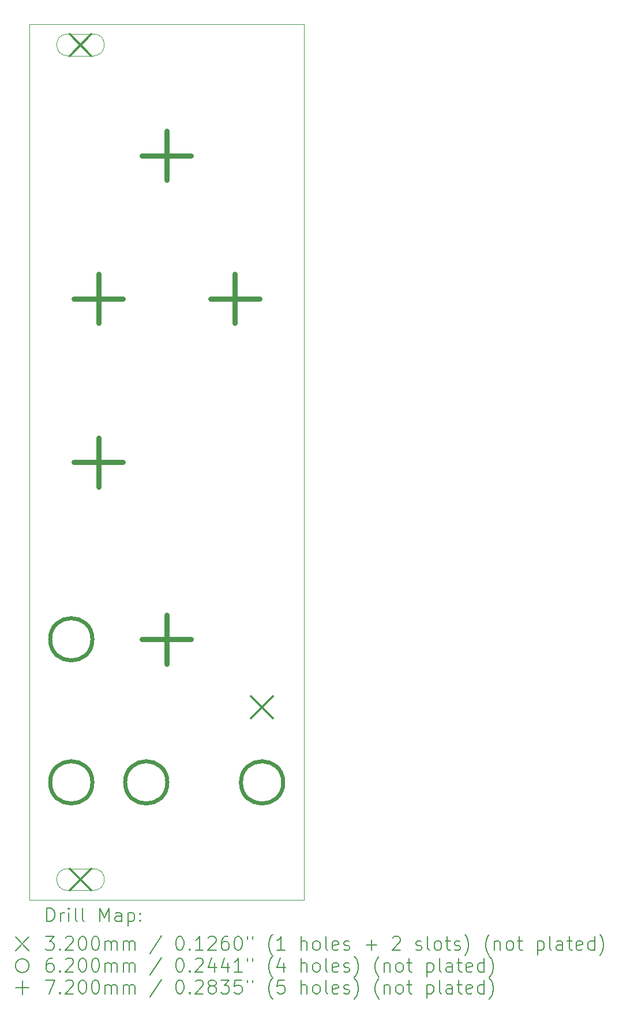
<source format=gbr>
%TF.GenerationSoftware,KiCad,Pcbnew,8.0.5*%
%TF.CreationDate,2024-11-24T11:24:03+01:00*%
%TF.ProjectId,kicks-panel,6b69636b-732d-4706-916e-656c2e6b6963,rev?*%
%TF.SameCoordinates,Original*%
%TF.FileFunction,Drillmap*%
%TF.FilePolarity,Positive*%
%FSLAX45Y45*%
G04 Gerber Fmt 4.5, Leading zero omitted, Abs format (unit mm)*
G04 Created by KiCad (PCBNEW 8.0.5) date 2024-11-24 11:24:03*
%MOMM*%
%LPD*%
G01*
G04 APERTURE LIST*
%ADD10C,0.100000*%
%ADD11C,0.200000*%
%ADD12C,0.320000*%
%ADD13C,0.620000*%
%ADD14C,0.720000*%
G04 APERTURE END LIST*
D10*
X5000000Y-4075000D02*
X9030000Y-4075000D01*
X9030000Y-16925000D01*
X5000000Y-16925000D01*
X5000000Y-4075000D01*
D11*
D12*
X5590000Y-4215000D02*
X5910000Y-4535000D01*
X5910000Y-4215000D02*
X5590000Y-4535000D01*
D10*
X5560000Y-4535000D02*
X5940000Y-4535000D01*
X5940000Y-4215000D02*
G75*
G02*
X5940000Y-4535000I0J-160000D01*
G01*
X5940000Y-4215000D02*
X5560000Y-4215000D01*
X5560000Y-4215000D02*
G75*
G03*
X5560000Y-4535000I0J-160000D01*
G01*
D12*
X5590000Y-16465000D02*
X5910000Y-16785000D01*
X5910000Y-16465000D02*
X5590000Y-16785000D01*
D10*
X5560000Y-16785000D02*
X5940000Y-16785000D01*
X5940000Y-16465000D02*
G75*
G02*
X5940000Y-16785000I0J-160000D01*
G01*
X5940000Y-16465000D02*
X5560000Y-16465000D01*
X5560000Y-16465000D02*
G75*
G03*
X5560000Y-16785000I0J-160000D01*
G01*
D12*
X8255000Y-13940000D02*
X8575000Y-14260000D01*
X8575000Y-13940000D02*
X8255000Y-14260000D01*
D13*
X5925000Y-13100000D02*
G75*
G02*
X5305000Y-13100000I-310000J0D01*
G01*
X5305000Y-13100000D02*
G75*
G02*
X5925000Y-13100000I310000J0D01*
G01*
X5925000Y-15200000D02*
G75*
G02*
X5305000Y-15200000I-310000J0D01*
G01*
X5305000Y-15200000D02*
G75*
G02*
X5925000Y-15200000I310000J0D01*
G01*
X7025000Y-15200000D02*
G75*
G02*
X6405000Y-15200000I-310000J0D01*
G01*
X6405000Y-15200000D02*
G75*
G02*
X7025000Y-15200000I310000J0D01*
G01*
X8725000Y-15200000D02*
G75*
G02*
X8105000Y-15200000I-310000J0D01*
G01*
X8105000Y-15200000D02*
G75*
G02*
X8725000Y-15200000I310000J0D01*
G01*
D14*
X6015000Y-7740000D02*
X6015000Y-8460000D01*
X5655000Y-8100000D02*
X6375000Y-8100000D01*
X6015000Y-10140000D02*
X6015000Y-10860000D01*
X5655000Y-10500000D02*
X6375000Y-10500000D01*
X7015000Y-5640000D02*
X7015000Y-6360000D01*
X6655000Y-6000000D02*
X7375000Y-6000000D01*
X7015000Y-12740000D02*
X7015000Y-13460000D01*
X6655000Y-13100000D02*
X7375000Y-13100000D01*
X8015000Y-7740000D02*
X8015000Y-8460000D01*
X7655000Y-8100000D02*
X8375000Y-8100000D01*
D11*
X5255777Y-17241484D02*
X5255777Y-17041484D01*
X5255777Y-17041484D02*
X5303396Y-17041484D01*
X5303396Y-17041484D02*
X5331967Y-17051008D01*
X5331967Y-17051008D02*
X5351015Y-17070055D01*
X5351015Y-17070055D02*
X5360539Y-17089103D01*
X5360539Y-17089103D02*
X5370063Y-17127198D01*
X5370063Y-17127198D02*
X5370063Y-17155770D01*
X5370063Y-17155770D02*
X5360539Y-17193865D01*
X5360539Y-17193865D02*
X5351015Y-17212912D01*
X5351015Y-17212912D02*
X5331967Y-17231960D01*
X5331967Y-17231960D02*
X5303396Y-17241484D01*
X5303396Y-17241484D02*
X5255777Y-17241484D01*
X5455777Y-17241484D02*
X5455777Y-17108150D01*
X5455777Y-17146246D02*
X5465301Y-17127198D01*
X5465301Y-17127198D02*
X5474824Y-17117674D01*
X5474824Y-17117674D02*
X5493872Y-17108150D01*
X5493872Y-17108150D02*
X5512920Y-17108150D01*
X5579586Y-17241484D02*
X5579586Y-17108150D01*
X5579586Y-17041484D02*
X5570063Y-17051008D01*
X5570063Y-17051008D02*
X5579586Y-17060531D01*
X5579586Y-17060531D02*
X5589110Y-17051008D01*
X5589110Y-17051008D02*
X5579586Y-17041484D01*
X5579586Y-17041484D02*
X5579586Y-17060531D01*
X5703396Y-17241484D02*
X5684348Y-17231960D01*
X5684348Y-17231960D02*
X5674824Y-17212912D01*
X5674824Y-17212912D02*
X5674824Y-17041484D01*
X5808158Y-17241484D02*
X5789110Y-17231960D01*
X5789110Y-17231960D02*
X5779586Y-17212912D01*
X5779586Y-17212912D02*
X5779586Y-17041484D01*
X6036729Y-17241484D02*
X6036729Y-17041484D01*
X6036729Y-17041484D02*
X6103396Y-17184341D01*
X6103396Y-17184341D02*
X6170062Y-17041484D01*
X6170062Y-17041484D02*
X6170062Y-17241484D01*
X6351015Y-17241484D02*
X6351015Y-17136722D01*
X6351015Y-17136722D02*
X6341491Y-17117674D01*
X6341491Y-17117674D02*
X6322443Y-17108150D01*
X6322443Y-17108150D02*
X6284348Y-17108150D01*
X6284348Y-17108150D02*
X6265301Y-17117674D01*
X6351015Y-17231960D02*
X6331967Y-17241484D01*
X6331967Y-17241484D02*
X6284348Y-17241484D01*
X6284348Y-17241484D02*
X6265301Y-17231960D01*
X6265301Y-17231960D02*
X6255777Y-17212912D01*
X6255777Y-17212912D02*
X6255777Y-17193865D01*
X6255777Y-17193865D02*
X6265301Y-17174817D01*
X6265301Y-17174817D02*
X6284348Y-17165293D01*
X6284348Y-17165293D02*
X6331967Y-17165293D01*
X6331967Y-17165293D02*
X6351015Y-17155770D01*
X6446253Y-17108150D02*
X6446253Y-17308150D01*
X6446253Y-17117674D02*
X6465301Y-17108150D01*
X6465301Y-17108150D02*
X6503396Y-17108150D01*
X6503396Y-17108150D02*
X6522443Y-17117674D01*
X6522443Y-17117674D02*
X6531967Y-17127198D01*
X6531967Y-17127198D02*
X6541491Y-17146246D01*
X6541491Y-17146246D02*
X6541491Y-17203389D01*
X6541491Y-17203389D02*
X6531967Y-17222436D01*
X6531967Y-17222436D02*
X6522443Y-17231960D01*
X6522443Y-17231960D02*
X6503396Y-17241484D01*
X6503396Y-17241484D02*
X6465301Y-17241484D01*
X6465301Y-17241484D02*
X6446253Y-17231960D01*
X6627205Y-17222436D02*
X6636729Y-17231960D01*
X6636729Y-17231960D02*
X6627205Y-17241484D01*
X6627205Y-17241484D02*
X6617682Y-17231960D01*
X6617682Y-17231960D02*
X6627205Y-17222436D01*
X6627205Y-17222436D02*
X6627205Y-17241484D01*
X6627205Y-17117674D02*
X6636729Y-17127198D01*
X6636729Y-17127198D02*
X6627205Y-17136722D01*
X6627205Y-17136722D02*
X6617682Y-17127198D01*
X6617682Y-17127198D02*
X6627205Y-17117674D01*
X6627205Y-17117674D02*
X6627205Y-17136722D01*
X4795000Y-17470000D02*
X4995000Y-17670000D01*
X4995000Y-17470000D02*
X4795000Y-17670000D01*
X5236729Y-17461484D02*
X5360539Y-17461484D01*
X5360539Y-17461484D02*
X5293872Y-17537674D01*
X5293872Y-17537674D02*
X5322444Y-17537674D01*
X5322444Y-17537674D02*
X5341491Y-17547198D01*
X5341491Y-17547198D02*
X5351015Y-17556722D01*
X5351015Y-17556722D02*
X5360539Y-17575770D01*
X5360539Y-17575770D02*
X5360539Y-17623389D01*
X5360539Y-17623389D02*
X5351015Y-17642436D01*
X5351015Y-17642436D02*
X5341491Y-17651960D01*
X5341491Y-17651960D02*
X5322444Y-17661484D01*
X5322444Y-17661484D02*
X5265301Y-17661484D01*
X5265301Y-17661484D02*
X5246253Y-17651960D01*
X5246253Y-17651960D02*
X5236729Y-17642436D01*
X5446253Y-17642436D02*
X5455777Y-17651960D01*
X5455777Y-17651960D02*
X5446253Y-17661484D01*
X5446253Y-17661484D02*
X5436729Y-17651960D01*
X5436729Y-17651960D02*
X5446253Y-17642436D01*
X5446253Y-17642436D02*
X5446253Y-17661484D01*
X5531967Y-17480531D02*
X5541491Y-17471008D01*
X5541491Y-17471008D02*
X5560539Y-17461484D01*
X5560539Y-17461484D02*
X5608158Y-17461484D01*
X5608158Y-17461484D02*
X5627205Y-17471008D01*
X5627205Y-17471008D02*
X5636729Y-17480531D01*
X5636729Y-17480531D02*
X5646253Y-17499579D01*
X5646253Y-17499579D02*
X5646253Y-17518627D01*
X5646253Y-17518627D02*
X5636729Y-17547198D01*
X5636729Y-17547198D02*
X5522444Y-17661484D01*
X5522444Y-17661484D02*
X5646253Y-17661484D01*
X5770062Y-17461484D02*
X5789110Y-17461484D01*
X5789110Y-17461484D02*
X5808158Y-17471008D01*
X5808158Y-17471008D02*
X5817682Y-17480531D01*
X5817682Y-17480531D02*
X5827205Y-17499579D01*
X5827205Y-17499579D02*
X5836729Y-17537674D01*
X5836729Y-17537674D02*
X5836729Y-17585293D01*
X5836729Y-17585293D02*
X5827205Y-17623389D01*
X5827205Y-17623389D02*
X5817682Y-17642436D01*
X5817682Y-17642436D02*
X5808158Y-17651960D01*
X5808158Y-17651960D02*
X5789110Y-17661484D01*
X5789110Y-17661484D02*
X5770062Y-17661484D01*
X5770062Y-17661484D02*
X5751015Y-17651960D01*
X5751015Y-17651960D02*
X5741491Y-17642436D01*
X5741491Y-17642436D02*
X5731967Y-17623389D01*
X5731967Y-17623389D02*
X5722443Y-17585293D01*
X5722443Y-17585293D02*
X5722443Y-17537674D01*
X5722443Y-17537674D02*
X5731967Y-17499579D01*
X5731967Y-17499579D02*
X5741491Y-17480531D01*
X5741491Y-17480531D02*
X5751015Y-17471008D01*
X5751015Y-17471008D02*
X5770062Y-17461484D01*
X5960539Y-17461484D02*
X5979586Y-17461484D01*
X5979586Y-17461484D02*
X5998634Y-17471008D01*
X5998634Y-17471008D02*
X6008158Y-17480531D01*
X6008158Y-17480531D02*
X6017682Y-17499579D01*
X6017682Y-17499579D02*
X6027205Y-17537674D01*
X6027205Y-17537674D02*
X6027205Y-17585293D01*
X6027205Y-17585293D02*
X6017682Y-17623389D01*
X6017682Y-17623389D02*
X6008158Y-17642436D01*
X6008158Y-17642436D02*
X5998634Y-17651960D01*
X5998634Y-17651960D02*
X5979586Y-17661484D01*
X5979586Y-17661484D02*
X5960539Y-17661484D01*
X5960539Y-17661484D02*
X5941491Y-17651960D01*
X5941491Y-17651960D02*
X5931967Y-17642436D01*
X5931967Y-17642436D02*
X5922443Y-17623389D01*
X5922443Y-17623389D02*
X5912920Y-17585293D01*
X5912920Y-17585293D02*
X5912920Y-17537674D01*
X5912920Y-17537674D02*
X5922443Y-17499579D01*
X5922443Y-17499579D02*
X5931967Y-17480531D01*
X5931967Y-17480531D02*
X5941491Y-17471008D01*
X5941491Y-17471008D02*
X5960539Y-17461484D01*
X6112920Y-17661484D02*
X6112920Y-17528150D01*
X6112920Y-17547198D02*
X6122443Y-17537674D01*
X6122443Y-17537674D02*
X6141491Y-17528150D01*
X6141491Y-17528150D02*
X6170063Y-17528150D01*
X6170063Y-17528150D02*
X6189110Y-17537674D01*
X6189110Y-17537674D02*
X6198634Y-17556722D01*
X6198634Y-17556722D02*
X6198634Y-17661484D01*
X6198634Y-17556722D02*
X6208158Y-17537674D01*
X6208158Y-17537674D02*
X6227205Y-17528150D01*
X6227205Y-17528150D02*
X6255777Y-17528150D01*
X6255777Y-17528150D02*
X6274824Y-17537674D01*
X6274824Y-17537674D02*
X6284348Y-17556722D01*
X6284348Y-17556722D02*
X6284348Y-17661484D01*
X6379586Y-17661484D02*
X6379586Y-17528150D01*
X6379586Y-17547198D02*
X6389110Y-17537674D01*
X6389110Y-17537674D02*
X6408158Y-17528150D01*
X6408158Y-17528150D02*
X6436729Y-17528150D01*
X6436729Y-17528150D02*
X6455777Y-17537674D01*
X6455777Y-17537674D02*
X6465301Y-17556722D01*
X6465301Y-17556722D02*
X6465301Y-17661484D01*
X6465301Y-17556722D02*
X6474824Y-17537674D01*
X6474824Y-17537674D02*
X6493872Y-17528150D01*
X6493872Y-17528150D02*
X6522443Y-17528150D01*
X6522443Y-17528150D02*
X6541491Y-17537674D01*
X6541491Y-17537674D02*
X6551015Y-17556722D01*
X6551015Y-17556722D02*
X6551015Y-17661484D01*
X6941491Y-17451960D02*
X6770063Y-17709103D01*
X7198634Y-17461484D02*
X7217682Y-17461484D01*
X7217682Y-17461484D02*
X7236729Y-17471008D01*
X7236729Y-17471008D02*
X7246253Y-17480531D01*
X7246253Y-17480531D02*
X7255777Y-17499579D01*
X7255777Y-17499579D02*
X7265301Y-17537674D01*
X7265301Y-17537674D02*
X7265301Y-17585293D01*
X7265301Y-17585293D02*
X7255777Y-17623389D01*
X7255777Y-17623389D02*
X7246253Y-17642436D01*
X7246253Y-17642436D02*
X7236729Y-17651960D01*
X7236729Y-17651960D02*
X7217682Y-17661484D01*
X7217682Y-17661484D02*
X7198634Y-17661484D01*
X7198634Y-17661484D02*
X7179586Y-17651960D01*
X7179586Y-17651960D02*
X7170063Y-17642436D01*
X7170063Y-17642436D02*
X7160539Y-17623389D01*
X7160539Y-17623389D02*
X7151015Y-17585293D01*
X7151015Y-17585293D02*
X7151015Y-17537674D01*
X7151015Y-17537674D02*
X7160539Y-17499579D01*
X7160539Y-17499579D02*
X7170063Y-17480531D01*
X7170063Y-17480531D02*
X7179586Y-17471008D01*
X7179586Y-17471008D02*
X7198634Y-17461484D01*
X7351015Y-17642436D02*
X7360539Y-17651960D01*
X7360539Y-17651960D02*
X7351015Y-17661484D01*
X7351015Y-17661484D02*
X7341491Y-17651960D01*
X7341491Y-17651960D02*
X7351015Y-17642436D01*
X7351015Y-17642436D02*
X7351015Y-17661484D01*
X7551015Y-17661484D02*
X7436729Y-17661484D01*
X7493872Y-17661484D02*
X7493872Y-17461484D01*
X7493872Y-17461484D02*
X7474825Y-17490055D01*
X7474825Y-17490055D02*
X7455777Y-17509103D01*
X7455777Y-17509103D02*
X7436729Y-17518627D01*
X7627206Y-17480531D02*
X7636729Y-17471008D01*
X7636729Y-17471008D02*
X7655777Y-17461484D01*
X7655777Y-17461484D02*
X7703396Y-17461484D01*
X7703396Y-17461484D02*
X7722444Y-17471008D01*
X7722444Y-17471008D02*
X7731967Y-17480531D01*
X7731967Y-17480531D02*
X7741491Y-17499579D01*
X7741491Y-17499579D02*
X7741491Y-17518627D01*
X7741491Y-17518627D02*
X7731967Y-17547198D01*
X7731967Y-17547198D02*
X7617682Y-17661484D01*
X7617682Y-17661484D02*
X7741491Y-17661484D01*
X7912920Y-17461484D02*
X7874825Y-17461484D01*
X7874825Y-17461484D02*
X7855777Y-17471008D01*
X7855777Y-17471008D02*
X7846253Y-17480531D01*
X7846253Y-17480531D02*
X7827206Y-17509103D01*
X7827206Y-17509103D02*
X7817682Y-17547198D01*
X7817682Y-17547198D02*
X7817682Y-17623389D01*
X7817682Y-17623389D02*
X7827206Y-17642436D01*
X7827206Y-17642436D02*
X7836729Y-17651960D01*
X7836729Y-17651960D02*
X7855777Y-17661484D01*
X7855777Y-17661484D02*
X7893872Y-17661484D01*
X7893872Y-17661484D02*
X7912920Y-17651960D01*
X7912920Y-17651960D02*
X7922444Y-17642436D01*
X7922444Y-17642436D02*
X7931967Y-17623389D01*
X7931967Y-17623389D02*
X7931967Y-17575770D01*
X7931967Y-17575770D02*
X7922444Y-17556722D01*
X7922444Y-17556722D02*
X7912920Y-17547198D01*
X7912920Y-17547198D02*
X7893872Y-17537674D01*
X7893872Y-17537674D02*
X7855777Y-17537674D01*
X7855777Y-17537674D02*
X7836729Y-17547198D01*
X7836729Y-17547198D02*
X7827206Y-17556722D01*
X7827206Y-17556722D02*
X7817682Y-17575770D01*
X8055777Y-17461484D02*
X8074825Y-17461484D01*
X8074825Y-17461484D02*
X8093872Y-17471008D01*
X8093872Y-17471008D02*
X8103396Y-17480531D01*
X8103396Y-17480531D02*
X8112920Y-17499579D01*
X8112920Y-17499579D02*
X8122444Y-17537674D01*
X8122444Y-17537674D02*
X8122444Y-17585293D01*
X8122444Y-17585293D02*
X8112920Y-17623389D01*
X8112920Y-17623389D02*
X8103396Y-17642436D01*
X8103396Y-17642436D02*
X8093872Y-17651960D01*
X8093872Y-17651960D02*
X8074825Y-17661484D01*
X8074825Y-17661484D02*
X8055777Y-17661484D01*
X8055777Y-17661484D02*
X8036729Y-17651960D01*
X8036729Y-17651960D02*
X8027206Y-17642436D01*
X8027206Y-17642436D02*
X8017682Y-17623389D01*
X8017682Y-17623389D02*
X8008158Y-17585293D01*
X8008158Y-17585293D02*
X8008158Y-17537674D01*
X8008158Y-17537674D02*
X8017682Y-17499579D01*
X8017682Y-17499579D02*
X8027206Y-17480531D01*
X8027206Y-17480531D02*
X8036729Y-17471008D01*
X8036729Y-17471008D02*
X8055777Y-17461484D01*
X8198634Y-17461484D02*
X8198634Y-17499579D01*
X8274825Y-17461484D02*
X8274825Y-17499579D01*
X8570063Y-17737674D02*
X8560539Y-17728150D01*
X8560539Y-17728150D02*
X8541491Y-17699579D01*
X8541491Y-17699579D02*
X8531968Y-17680531D01*
X8531968Y-17680531D02*
X8522444Y-17651960D01*
X8522444Y-17651960D02*
X8512920Y-17604341D01*
X8512920Y-17604341D02*
X8512920Y-17566246D01*
X8512920Y-17566246D02*
X8522444Y-17518627D01*
X8522444Y-17518627D02*
X8531968Y-17490055D01*
X8531968Y-17490055D02*
X8541491Y-17471008D01*
X8541491Y-17471008D02*
X8560539Y-17442436D01*
X8560539Y-17442436D02*
X8570063Y-17432912D01*
X8751015Y-17661484D02*
X8636730Y-17661484D01*
X8693872Y-17661484D02*
X8693872Y-17461484D01*
X8693872Y-17461484D02*
X8674825Y-17490055D01*
X8674825Y-17490055D02*
X8655777Y-17509103D01*
X8655777Y-17509103D02*
X8636730Y-17518627D01*
X8989111Y-17661484D02*
X8989111Y-17461484D01*
X9074825Y-17661484D02*
X9074825Y-17556722D01*
X9074825Y-17556722D02*
X9065301Y-17537674D01*
X9065301Y-17537674D02*
X9046253Y-17528150D01*
X9046253Y-17528150D02*
X9017682Y-17528150D01*
X9017682Y-17528150D02*
X8998634Y-17537674D01*
X8998634Y-17537674D02*
X8989111Y-17547198D01*
X9198634Y-17661484D02*
X9179587Y-17651960D01*
X9179587Y-17651960D02*
X9170063Y-17642436D01*
X9170063Y-17642436D02*
X9160539Y-17623389D01*
X9160539Y-17623389D02*
X9160539Y-17566246D01*
X9160539Y-17566246D02*
X9170063Y-17547198D01*
X9170063Y-17547198D02*
X9179587Y-17537674D01*
X9179587Y-17537674D02*
X9198634Y-17528150D01*
X9198634Y-17528150D02*
X9227206Y-17528150D01*
X9227206Y-17528150D02*
X9246253Y-17537674D01*
X9246253Y-17537674D02*
X9255777Y-17547198D01*
X9255777Y-17547198D02*
X9265301Y-17566246D01*
X9265301Y-17566246D02*
X9265301Y-17623389D01*
X9265301Y-17623389D02*
X9255777Y-17642436D01*
X9255777Y-17642436D02*
X9246253Y-17651960D01*
X9246253Y-17651960D02*
X9227206Y-17661484D01*
X9227206Y-17661484D02*
X9198634Y-17661484D01*
X9379587Y-17661484D02*
X9360539Y-17651960D01*
X9360539Y-17651960D02*
X9351015Y-17632912D01*
X9351015Y-17632912D02*
X9351015Y-17461484D01*
X9531968Y-17651960D02*
X9512920Y-17661484D01*
X9512920Y-17661484D02*
X9474825Y-17661484D01*
X9474825Y-17661484D02*
X9455777Y-17651960D01*
X9455777Y-17651960D02*
X9446253Y-17632912D01*
X9446253Y-17632912D02*
X9446253Y-17556722D01*
X9446253Y-17556722D02*
X9455777Y-17537674D01*
X9455777Y-17537674D02*
X9474825Y-17528150D01*
X9474825Y-17528150D02*
X9512920Y-17528150D01*
X9512920Y-17528150D02*
X9531968Y-17537674D01*
X9531968Y-17537674D02*
X9541492Y-17556722D01*
X9541492Y-17556722D02*
X9541492Y-17575770D01*
X9541492Y-17575770D02*
X9446253Y-17594817D01*
X9617682Y-17651960D02*
X9636730Y-17661484D01*
X9636730Y-17661484D02*
X9674825Y-17661484D01*
X9674825Y-17661484D02*
X9693873Y-17651960D01*
X9693873Y-17651960D02*
X9703396Y-17632912D01*
X9703396Y-17632912D02*
X9703396Y-17623389D01*
X9703396Y-17623389D02*
X9693873Y-17604341D01*
X9693873Y-17604341D02*
X9674825Y-17594817D01*
X9674825Y-17594817D02*
X9646253Y-17594817D01*
X9646253Y-17594817D02*
X9627206Y-17585293D01*
X9627206Y-17585293D02*
X9617682Y-17566246D01*
X9617682Y-17566246D02*
X9617682Y-17556722D01*
X9617682Y-17556722D02*
X9627206Y-17537674D01*
X9627206Y-17537674D02*
X9646253Y-17528150D01*
X9646253Y-17528150D02*
X9674825Y-17528150D01*
X9674825Y-17528150D02*
X9693873Y-17537674D01*
X9941492Y-17585293D02*
X10093873Y-17585293D01*
X10017682Y-17661484D02*
X10017682Y-17509103D01*
X10331968Y-17480531D02*
X10341492Y-17471008D01*
X10341492Y-17471008D02*
X10360539Y-17461484D01*
X10360539Y-17461484D02*
X10408158Y-17461484D01*
X10408158Y-17461484D02*
X10427206Y-17471008D01*
X10427206Y-17471008D02*
X10436730Y-17480531D01*
X10436730Y-17480531D02*
X10446254Y-17499579D01*
X10446254Y-17499579D02*
X10446254Y-17518627D01*
X10446254Y-17518627D02*
X10436730Y-17547198D01*
X10436730Y-17547198D02*
X10322444Y-17661484D01*
X10322444Y-17661484D02*
X10446254Y-17661484D01*
X10674825Y-17651960D02*
X10693873Y-17661484D01*
X10693873Y-17661484D02*
X10731968Y-17661484D01*
X10731968Y-17661484D02*
X10751016Y-17651960D01*
X10751016Y-17651960D02*
X10760539Y-17632912D01*
X10760539Y-17632912D02*
X10760539Y-17623389D01*
X10760539Y-17623389D02*
X10751016Y-17604341D01*
X10751016Y-17604341D02*
X10731968Y-17594817D01*
X10731968Y-17594817D02*
X10703396Y-17594817D01*
X10703396Y-17594817D02*
X10684349Y-17585293D01*
X10684349Y-17585293D02*
X10674825Y-17566246D01*
X10674825Y-17566246D02*
X10674825Y-17556722D01*
X10674825Y-17556722D02*
X10684349Y-17537674D01*
X10684349Y-17537674D02*
X10703396Y-17528150D01*
X10703396Y-17528150D02*
X10731968Y-17528150D01*
X10731968Y-17528150D02*
X10751016Y-17537674D01*
X10874825Y-17661484D02*
X10855777Y-17651960D01*
X10855777Y-17651960D02*
X10846254Y-17632912D01*
X10846254Y-17632912D02*
X10846254Y-17461484D01*
X10979587Y-17661484D02*
X10960539Y-17651960D01*
X10960539Y-17651960D02*
X10951016Y-17642436D01*
X10951016Y-17642436D02*
X10941492Y-17623389D01*
X10941492Y-17623389D02*
X10941492Y-17566246D01*
X10941492Y-17566246D02*
X10951016Y-17547198D01*
X10951016Y-17547198D02*
X10960539Y-17537674D01*
X10960539Y-17537674D02*
X10979587Y-17528150D01*
X10979587Y-17528150D02*
X11008158Y-17528150D01*
X11008158Y-17528150D02*
X11027206Y-17537674D01*
X11027206Y-17537674D02*
X11036730Y-17547198D01*
X11036730Y-17547198D02*
X11046254Y-17566246D01*
X11046254Y-17566246D02*
X11046254Y-17623389D01*
X11046254Y-17623389D02*
X11036730Y-17642436D01*
X11036730Y-17642436D02*
X11027206Y-17651960D01*
X11027206Y-17651960D02*
X11008158Y-17661484D01*
X11008158Y-17661484D02*
X10979587Y-17661484D01*
X11103397Y-17528150D02*
X11179587Y-17528150D01*
X11131968Y-17461484D02*
X11131968Y-17632912D01*
X11131968Y-17632912D02*
X11141492Y-17651960D01*
X11141492Y-17651960D02*
X11160539Y-17661484D01*
X11160539Y-17661484D02*
X11179587Y-17661484D01*
X11236730Y-17651960D02*
X11255777Y-17661484D01*
X11255777Y-17661484D02*
X11293873Y-17661484D01*
X11293873Y-17661484D02*
X11312920Y-17651960D01*
X11312920Y-17651960D02*
X11322444Y-17632912D01*
X11322444Y-17632912D02*
X11322444Y-17623389D01*
X11322444Y-17623389D02*
X11312920Y-17604341D01*
X11312920Y-17604341D02*
X11293873Y-17594817D01*
X11293873Y-17594817D02*
X11265301Y-17594817D01*
X11265301Y-17594817D02*
X11246254Y-17585293D01*
X11246254Y-17585293D02*
X11236730Y-17566246D01*
X11236730Y-17566246D02*
X11236730Y-17556722D01*
X11236730Y-17556722D02*
X11246254Y-17537674D01*
X11246254Y-17537674D02*
X11265301Y-17528150D01*
X11265301Y-17528150D02*
X11293873Y-17528150D01*
X11293873Y-17528150D02*
X11312920Y-17537674D01*
X11389111Y-17737674D02*
X11398635Y-17728150D01*
X11398635Y-17728150D02*
X11417682Y-17699579D01*
X11417682Y-17699579D02*
X11427206Y-17680531D01*
X11427206Y-17680531D02*
X11436730Y-17651960D01*
X11436730Y-17651960D02*
X11446254Y-17604341D01*
X11446254Y-17604341D02*
X11446254Y-17566246D01*
X11446254Y-17566246D02*
X11436730Y-17518627D01*
X11436730Y-17518627D02*
X11427206Y-17490055D01*
X11427206Y-17490055D02*
X11417682Y-17471008D01*
X11417682Y-17471008D02*
X11398635Y-17442436D01*
X11398635Y-17442436D02*
X11389111Y-17432912D01*
X11751016Y-17737674D02*
X11741492Y-17728150D01*
X11741492Y-17728150D02*
X11722444Y-17699579D01*
X11722444Y-17699579D02*
X11712920Y-17680531D01*
X11712920Y-17680531D02*
X11703396Y-17651960D01*
X11703396Y-17651960D02*
X11693873Y-17604341D01*
X11693873Y-17604341D02*
X11693873Y-17566246D01*
X11693873Y-17566246D02*
X11703396Y-17518627D01*
X11703396Y-17518627D02*
X11712920Y-17490055D01*
X11712920Y-17490055D02*
X11722444Y-17471008D01*
X11722444Y-17471008D02*
X11741492Y-17442436D01*
X11741492Y-17442436D02*
X11751016Y-17432912D01*
X11827206Y-17528150D02*
X11827206Y-17661484D01*
X11827206Y-17547198D02*
X11836730Y-17537674D01*
X11836730Y-17537674D02*
X11855777Y-17528150D01*
X11855777Y-17528150D02*
X11884349Y-17528150D01*
X11884349Y-17528150D02*
X11903396Y-17537674D01*
X11903396Y-17537674D02*
X11912920Y-17556722D01*
X11912920Y-17556722D02*
X11912920Y-17661484D01*
X12036730Y-17661484D02*
X12017682Y-17651960D01*
X12017682Y-17651960D02*
X12008158Y-17642436D01*
X12008158Y-17642436D02*
X11998635Y-17623389D01*
X11998635Y-17623389D02*
X11998635Y-17566246D01*
X11998635Y-17566246D02*
X12008158Y-17547198D01*
X12008158Y-17547198D02*
X12017682Y-17537674D01*
X12017682Y-17537674D02*
X12036730Y-17528150D01*
X12036730Y-17528150D02*
X12065301Y-17528150D01*
X12065301Y-17528150D02*
X12084349Y-17537674D01*
X12084349Y-17537674D02*
X12093873Y-17547198D01*
X12093873Y-17547198D02*
X12103396Y-17566246D01*
X12103396Y-17566246D02*
X12103396Y-17623389D01*
X12103396Y-17623389D02*
X12093873Y-17642436D01*
X12093873Y-17642436D02*
X12084349Y-17651960D01*
X12084349Y-17651960D02*
X12065301Y-17661484D01*
X12065301Y-17661484D02*
X12036730Y-17661484D01*
X12160539Y-17528150D02*
X12236730Y-17528150D01*
X12189111Y-17461484D02*
X12189111Y-17632912D01*
X12189111Y-17632912D02*
X12198635Y-17651960D01*
X12198635Y-17651960D02*
X12217682Y-17661484D01*
X12217682Y-17661484D02*
X12236730Y-17661484D01*
X12455777Y-17528150D02*
X12455777Y-17728150D01*
X12455777Y-17537674D02*
X12474825Y-17528150D01*
X12474825Y-17528150D02*
X12512920Y-17528150D01*
X12512920Y-17528150D02*
X12531968Y-17537674D01*
X12531968Y-17537674D02*
X12541492Y-17547198D01*
X12541492Y-17547198D02*
X12551016Y-17566246D01*
X12551016Y-17566246D02*
X12551016Y-17623389D01*
X12551016Y-17623389D02*
X12541492Y-17642436D01*
X12541492Y-17642436D02*
X12531968Y-17651960D01*
X12531968Y-17651960D02*
X12512920Y-17661484D01*
X12512920Y-17661484D02*
X12474825Y-17661484D01*
X12474825Y-17661484D02*
X12455777Y-17651960D01*
X12665301Y-17661484D02*
X12646254Y-17651960D01*
X12646254Y-17651960D02*
X12636730Y-17632912D01*
X12636730Y-17632912D02*
X12636730Y-17461484D01*
X12827206Y-17661484D02*
X12827206Y-17556722D01*
X12827206Y-17556722D02*
X12817682Y-17537674D01*
X12817682Y-17537674D02*
X12798635Y-17528150D01*
X12798635Y-17528150D02*
X12760539Y-17528150D01*
X12760539Y-17528150D02*
X12741492Y-17537674D01*
X12827206Y-17651960D02*
X12808158Y-17661484D01*
X12808158Y-17661484D02*
X12760539Y-17661484D01*
X12760539Y-17661484D02*
X12741492Y-17651960D01*
X12741492Y-17651960D02*
X12731968Y-17632912D01*
X12731968Y-17632912D02*
X12731968Y-17613865D01*
X12731968Y-17613865D02*
X12741492Y-17594817D01*
X12741492Y-17594817D02*
X12760539Y-17585293D01*
X12760539Y-17585293D02*
X12808158Y-17585293D01*
X12808158Y-17585293D02*
X12827206Y-17575770D01*
X12893873Y-17528150D02*
X12970063Y-17528150D01*
X12922444Y-17461484D02*
X12922444Y-17632912D01*
X12922444Y-17632912D02*
X12931968Y-17651960D01*
X12931968Y-17651960D02*
X12951016Y-17661484D01*
X12951016Y-17661484D02*
X12970063Y-17661484D01*
X13112920Y-17651960D02*
X13093873Y-17661484D01*
X13093873Y-17661484D02*
X13055777Y-17661484D01*
X13055777Y-17661484D02*
X13036730Y-17651960D01*
X13036730Y-17651960D02*
X13027206Y-17632912D01*
X13027206Y-17632912D02*
X13027206Y-17556722D01*
X13027206Y-17556722D02*
X13036730Y-17537674D01*
X13036730Y-17537674D02*
X13055777Y-17528150D01*
X13055777Y-17528150D02*
X13093873Y-17528150D01*
X13093873Y-17528150D02*
X13112920Y-17537674D01*
X13112920Y-17537674D02*
X13122444Y-17556722D01*
X13122444Y-17556722D02*
X13122444Y-17575770D01*
X13122444Y-17575770D02*
X13027206Y-17594817D01*
X13293873Y-17661484D02*
X13293873Y-17461484D01*
X13293873Y-17651960D02*
X13274825Y-17661484D01*
X13274825Y-17661484D02*
X13236730Y-17661484D01*
X13236730Y-17661484D02*
X13217682Y-17651960D01*
X13217682Y-17651960D02*
X13208158Y-17642436D01*
X13208158Y-17642436D02*
X13198635Y-17623389D01*
X13198635Y-17623389D02*
X13198635Y-17566246D01*
X13198635Y-17566246D02*
X13208158Y-17547198D01*
X13208158Y-17547198D02*
X13217682Y-17537674D01*
X13217682Y-17537674D02*
X13236730Y-17528150D01*
X13236730Y-17528150D02*
X13274825Y-17528150D01*
X13274825Y-17528150D02*
X13293873Y-17537674D01*
X13370063Y-17737674D02*
X13379587Y-17728150D01*
X13379587Y-17728150D02*
X13398635Y-17699579D01*
X13398635Y-17699579D02*
X13408158Y-17680531D01*
X13408158Y-17680531D02*
X13417682Y-17651960D01*
X13417682Y-17651960D02*
X13427206Y-17604341D01*
X13427206Y-17604341D02*
X13427206Y-17566246D01*
X13427206Y-17566246D02*
X13417682Y-17518627D01*
X13417682Y-17518627D02*
X13408158Y-17490055D01*
X13408158Y-17490055D02*
X13398635Y-17471008D01*
X13398635Y-17471008D02*
X13379587Y-17442436D01*
X13379587Y-17442436D02*
X13370063Y-17432912D01*
X4995000Y-17890000D02*
G75*
G02*
X4795000Y-17890000I-100000J0D01*
G01*
X4795000Y-17890000D02*
G75*
G02*
X4995000Y-17890000I100000J0D01*
G01*
X5341491Y-17781484D02*
X5303396Y-17781484D01*
X5303396Y-17781484D02*
X5284348Y-17791008D01*
X5284348Y-17791008D02*
X5274824Y-17800531D01*
X5274824Y-17800531D02*
X5255777Y-17829103D01*
X5255777Y-17829103D02*
X5246253Y-17867198D01*
X5246253Y-17867198D02*
X5246253Y-17943389D01*
X5246253Y-17943389D02*
X5255777Y-17962436D01*
X5255777Y-17962436D02*
X5265301Y-17971960D01*
X5265301Y-17971960D02*
X5284348Y-17981484D01*
X5284348Y-17981484D02*
X5322444Y-17981484D01*
X5322444Y-17981484D02*
X5341491Y-17971960D01*
X5341491Y-17971960D02*
X5351015Y-17962436D01*
X5351015Y-17962436D02*
X5360539Y-17943389D01*
X5360539Y-17943389D02*
X5360539Y-17895770D01*
X5360539Y-17895770D02*
X5351015Y-17876722D01*
X5351015Y-17876722D02*
X5341491Y-17867198D01*
X5341491Y-17867198D02*
X5322444Y-17857674D01*
X5322444Y-17857674D02*
X5284348Y-17857674D01*
X5284348Y-17857674D02*
X5265301Y-17867198D01*
X5265301Y-17867198D02*
X5255777Y-17876722D01*
X5255777Y-17876722D02*
X5246253Y-17895770D01*
X5446253Y-17962436D02*
X5455777Y-17971960D01*
X5455777Y-17971960D02*
X5446253Y-17981484D01*
X5446253Y-17981484D02*
X5436729Y-17971960D01*
X5436729Y-17971960D02*
X5446253Y-17962436D01*
X5446253Y-17962436D02*
X5446253Y-17981484D01*
X5531967Y-17800531D02*
X5541491Y-17791008D01*
X5541491Y-17791008D02*
X5560539Y-17781484D01*
X5560539Y-17781484D02*
X5608158Y-17781484D01*
X5608158Y-17781484D02*
X5627205Y-17791008D01*
X5627205Y-17791008D02*
X5636729Y-17800531D01*
X5636729Y-17800531D02*
X5646253Y-17819579D01*
X5646253Y-17819579D02*
X5646253Y-17838627D01*
X5646253Y-17838627D02*
X5636729Y-17867198D01*
X5636729Y-17867198D02*
X5522444Y-17981484D01*
X5522444Y-17981484D02*
X5646253Y-17981484D01*
X5770062Y-17781484D02*
X5789110Y-17781484D01*
X5789110Y-17781484D02*
X5808158Y-17791008D01*
X5808158Y-17791008D02*
X5817682Y-17800531D01*
X5817682Y-17800531D02*
X5827205Y-17819579D01*
X5827205Y-17819579D02*
X5836729Y-17857674D01*
X5836729Y-17857674D02*
X5836729Y-17905293D01*
X5836729Y-17905293D02*
X5827205Y-17943389D01*
X5827205Y-17943389D02*
X5817682Y-17962436D01*
X5817682Y-17962436D02*
X5808158Y-17971960D01*
X5808158Y-17971960D02*
X5789110Y-17981484D01*
X5789110Y-17981484D02*
X5770062Y-17981484D01*
X5770062Y-17981484D02*
X5751015Y-17971960D01*
X5751015Y-17971960D02*
X5741491Y-17962436D01*
X5741491Y-17962436D02*
X5731967Y-17943389D01*
X5731967Y-17943389D02*
X5722443Y-17905293D01*
X5722443Y-17905293D02*
X5722443Y-17857674D01*
X5722443Y-17857674D02*
X5731967Y-17819579D01*
X5731967Y-17819579D02*
X5741491Y-17800531D01*
X5741491Y-17800531D02*
X5751015Y-17791008D01*
X5751015Y-17791008D02*
X5770062Y-17781484D01*
X5960539Y-17781484D02*
X5979586Y-17781484D01*
X5979586Y-17781484D02*
X5998634Y-17791008D01*
X5998634Y-17791008D02*
X6008158Y-17800531D01*
X6008158Y-17800531D02*
X6017682Y-17819579D01*
X6017682Y-17819579D02*
X6027205Y-17857674D01*
X6027205Y-17857674D02*
X6027205Y-17905293D01*
X6027205Y-17905293D02*
X6017682Y-17943389D01*
X6017682Y-17943389D02*
X6008158Y-17962436D01*
X6008158Y-17962436D02*
X5998634Y-17971960D01*
X5998634Y-17971960D02*
X5979586Y-17981484D01*
X5979586Y-17981484D02*
X5960539Y-17981484D01*
X5960539Y-17981484D02*
X5941491Y-17971960D01*
X5941491Y-17971960D02*
X5931967Y-17962436D01*
X5931967Y-17962436D02*
X5922443Y-17943389D01*
X5922443Y-17943389D02*
X5912920Y-17905293D01*
X5912920Y-17905293D02*
X5912920Y-17857674D01*
X5912920Y-17857674D02*
X5922443Y-17819579D01*
X5922443Y-17819579D02*
X5931967Y-17800531D01*
X5931967Y-17800531D02*
X5941491Y-17791008D01*
X5941491Y-17791008D02*
X5960539Y-17781484D01*
X6112920Y-17981484D02*
X6112920Y-17848150D01*
X6112920Y-17867198D02*
X6122443Y-17857674D01*
X6122443Y-17857674D02*
X6141491Y-17848150D01*
X6141491Y-17848150D02*
X6170063Y-17848150D01*
X6170063Y-17848150D02*
X6189110Y-17857674D01*
X6189110Y-17857674D02*
X6198634Y-17876722D01*
X6198634Y-17876722D02*
X6198634Y-17981484D01*
X6198634Y-17876722D02*
X6208158Y-17857674D01*
X6208158Y-17857674D02*
X6227205Y-17848150D01*
X6227205Y-17848150D02*
X6255777Y-17848150D01*
X6255777Y-17848150D02*
X6274824Y-17857674D01*
X6274824Y-17857674D02*
X6284348Y-17876722D01*
X6284348Y-17876722D02*
X6284348Y-17981484D01*
X6379586Y-17981484D02*
X6379586Y-17848150D01*
X6379586Y-17867198D02*
X6389110Y-17857674D01*
X6389110Y-17857674D02*
X6408158Y-17848150D01*
X6408158Y-17848150D02*
X6436729Y-17848150D01*
X6436729Y-17848150D02*
X6455777Y-17857674D01*
X6455777Y-17857674D02*
X6465301Y-17876722D01*
X6465301Y-17876722D02*
X6465301Y-17981484D01*
X6465301Y-17876722D02*
X6474824Y-17857674D01*
X6474824Y-17857674D02*
X6493872Y-17848150D01*
X6493872Y-17848150D02*
X6522443Y-17848150D01*
X6522443Y-17848150D02*
X6541491Y-17857674D01*
X6541491Y-17857674D02*
X6551015Y-17876722D01*
X6551015Y-17876722D02*
X6551015Y-17981484D01*
X6941491Y-17771960D02*
X6770063Y-18029103D01*
X7198634Y-17781484D02*
X7217682Y-17781484D01*
X7217682Y-17781484D02*
X7236729Y-17791008D01*
X7236729Y-17791008D02*
X7246253Y-17800531D01*
X7246253Y-17800531D02*
X7255777Y-17819579D01*
X7255777Y-17819579D02*
X7265301Y-17857674D01*
X7265301Y-17857674D02*
X7265301Y-17905293D01*
X7265301Y-17905293D02*
X7255777Y-17943389D01*
X7255777Y-17943389D02*
X7246253Y-17962436D01*
X7246253Y-17962436D02*
X7236729Y-17971960D01*
X7236729Y-17971960D02*
X7217682Y-17981484D01*
X7217682Y-17981484D02*
X7198634Y-17981484D01*
X7198634Y-17981484D02*
X7179586Y-17971960D01*
X7179586Y-17971960D02*
X7170063Y-17962436D01*
X7170063Y-17962436D02*
X7160539Y-17943389D01*
X7160539Y-17943389D02*
X7151015Y-17905293D01*
X7151015Y-17905293D02*
X7151015Y-17857674D01*
X7151015Y-17857674D02*
X7160539Y-17819579D01*
X7160539Y-17819579D02*
X7170063Y-17800531D01*
X7170063Y-17800531D02*
X7179586Y-17791008D01*
X7179586Y-17791008D02*
X7198634Y-17781484D01*
X7351015Y-17962436D02*
X7360539Y-17971960D01*
X7360539Y-17971960D02*
X7351015Y-17981484D01*
X7351015Y-17981484D02*
X7341491Y-17971960D01*
X7341491Y-17971960D02*
X7351015Y-17962436D01*
X7351015Y-17962436D02*
X7351015Y-17981484D01*
X7436729Y-17800531D02*
X7446253Y-17791008D01*
X7446253Y-17791008D02*
X7465301Y-17781484D01*
X7465301Y-17781484D02*
X7512920Y-17781484D01*
X7512920Y-17781484D02*
X7531967Y-17791008D01*
X7531967Y-17791008D02*
X7541491Y-17800531D01*
X7541491Y-17800531D02*
X7551015Y-17819579D01*
X7551015Y-17819579D02*
X7551015Y-17838627D01*
X7551015Y-17838627D02*
X7541491Y-17867198D01*
X7541491Y-17867198D02*
X7427206Y-17981484D01*
X7427206Y-17981484D02*
X7551015Y-17981484D01*
X7722444Y-17848150D02*
X7722444Y-17981484D01*
X7674825Y-17771960D02*
X7627206Y-17914817D01*
X7627206Y-17914817D02*
X7751015Y-17914817D01*
X7912920Y-17848150D02*
X7912920Y-17981484D01*
X7865301Y-17771960D02*
X7817682Y-17914817D01*
X7817682Y-17914817D02*
X7941491Y-17914817D01*
X8122444Y-17981484D02*
X8008158Y-17981484D01*
X8065301Y-17981484D02*
X8065301Y-17781484D01*
X8065301Y-17781484D02*
X8046253Y-17810055D01*
X8046253Y-17810055D02*
X8027206Y-17829103D01*
X8027206Y-17829103D02*
X8008158Y-17838627D01*
X8198634Y-17781484D02*
X8198634Y-17819579D01*
X8274825Y-17781484D02*
X8274825Y-17819579D01*
X8570063Y-18057674D02*
X8560539Y-18048150D01*
X8560539Y-18048150D02*
X8541491Y-18019579D01*
X8541491Y-18019579D02*
X8531968Y-18000531D01*
X8531968Y-18000531D02*
X8522444Y-17971960D01*
X8522444Y-17971960D02*
X8512920Y-17924341D01*
X8512920Y-17924341D02*
X8512920Y-17886246D01*
X8512920Y-17886246D02*
X8522444Y-17838627D01*
X8522444Y-17838627D02*
X8531968Y-17810055D01*
X8531968Y-17810055D02*
X8541491Y-17791008D01*
X8541491Y-17791008D02*
X8560539Y-17762436D01*
X8560539Y-17762436D02*
X8570063Y-17752912D01*
X8731968Y-17848150D02*
X8731968Y-17981484D01*
X8684349Y-17771960D02*
X8636730Y-17914817D01*
X8636730Y-17914817D02*
X8760539Y-17914817D01*
X8989111Y-17981484D02*
X8989111Y-17781484D01*
X9074825Y-17981484D02*
X9074825Y-17876722D01*
X9074825Y-17876722D02*
X9065301Y-17857674D01*
X9065301Y-17857674D02*
X9046253Y-17848150D01*
X9046253Y-17848150D02*
X9017682Y-17848150D01*
X9017682Y-17848150D02*
X8998634Y-17857674D01*
X8998634Y-17857674D02*
X8989111Y-17867198D01*
X9198634Y-17981484D02*
X9179587Y-17971960D01*
X9179587Y-17971960D02*
X9170063Y-17962436D01*
X9170063Y-17962436D02*
X9160539Y-17943389D01*
X9160539Y-17943389D02*
X9160539Y-17886246D01*
X9160539Y-17886246D02*
X9170063Y-17867198D01*
X9170063Y-17867198D02*
X9179587Y-17857674D01*
X9179587Y-17857674D02*
X9198634Y-17848150D01*
X9198634Y-17848150D02*
X9227206Y-17848150D01*
X9227206Y-17848150D02*
X9246253Y-17857674D01*
X9246253Y-17857674D02*
X9255777Y-17867198D01*
X9255777Y-17867198D02*
X9265301Y-17886246D01*
X9265301Y-17886246D02*
X9265301Y-17943389D01*
X9265301Y-17943389D02*
X9255777Y-17962436D01*
X9255777Y-17962436D02*
X9246253Y-17971960D01*
X9246253Y-17971960D02*
X9227206Y-17981484D01*
X9227206Y-17981484D02*
X9198634Y-17981484D01*
X9379587Y-17981484D02*
X9360539Y-17971960D01*
X9360539Y-17971960D02*
X9351015Y-17952912D01*
X9351015Y-17952912D02*
X9351015Y-17781484D01*
X9531968Y-17971960D02*
X9512920Y-17981484D01*
X9512920Y-17981484D02*
X9474825Y-17981484D01*
X9474825Y-17981484D02*
X9455777Y-17971960D01*
X9455777Y-17971960D02*
X9446253Y-17952912D01*
X9446253Y-17952912D02*
X9446253Y-17876722D01*
X9446253Y-17876722D02*
X9455777Y-17857674D01*
X9455777Y-17857674D02*
X9474825Y-17848150D01*
X9474825Y-17848150D02*
X9512920Y-17848150D01*
X9512920Y-17848150D02*
X9531968Y-17857674D01*
X9531968Y-17857674D02*
X9541492Y-17876722D01*
X9541492Y-17876722D02*
X9541492Y-17895770D01*
X9541492Y-17895770D02*
X9446253Y-17914817D01*
X9617682Y-17971960D02*
X9636730Y-17981484D01*
X9636730Y-17981484D02*
X9674825Y-17981484D01*
X9674825Y-17981484D02*
X9693873Y-17971960D01*
X9693873Y-17971960D02*
X9703396Y-17952912D01*
X9703396Y-17952912D02*
X9703396Y-17943389D01*
X9703396Y-17943389D02*
X9693873Y-17924341D01*
X9693873Y-17924341D02*
X9674825Y-17914817D01*
X9674825Y-17914817D02*
X9646253Y-17914817D01*
X9646253Y-17914817D02*
X9627206Y-17905293D01*
X9627206Y-17905293D02*
X9617682Y-17886246D01*
X9617682Y-17886246D02*
X9617682Y-17876722D01*
X9617682Y-17876722D02*
X9627206Y-17857674D01*
X9627206Y-17857674D02*
X9646253Y-17848150D01*
X9646253Y-17848150D02*
X9674825Y-17848150D01*
X9674825Y-17848150D02*
X9693873Y-17857674D01*
X9770063Y-18057674D02*
X9779587Y-18048150D01*
X9779587Y-18048150D02*
X9798634Y-18019579D01*
X9798634Y-18019579D02*
X9808158Y-18000531D01*
X9808158Y-18000531D02*
X9817682Y-17971960D01*
X9817682Y-17971960D02*
X9827206Y-17924341D01*
X9827206Y-17924341D02*
X9827206Y-17886246D01*
X9827206Y-17886246D02*
X9817682Y-17838627D01*
X9817682Y-17838627D02*
X9808158Y-17810055D01*
X9808158Y-17810055D02*
X9798634Y-17791008D01*
X9798634Y-17791008D02*
X9779587Y-17762436D01*
X9779587Y-17762436D02*
X9770063Y-17752912D01*
X10131968Y-18057674D02*
X10122444Y-18048150D01*
X10122444Y-18048150D02*
X10103396Y-18019579D01*
X10103396Y-18019579D02*
X10093873Y-18000531D01*
X10093873Y-18000531D02*
X10084349Y-17971960D01*
X10084349Y-17971960D02*
X10074825Y-17924341D01*
X10074825Y-17924341D02*
X10074825Y-17886246D01*
X10074825Y-17886246D02*
X10084349Y-17838627D01*
X10084349Y-17838627D02*
X10093873Y-17810055D01*
X10093873Y-17810055D02*
X10103396Y-17791008D01*
X10103396Y-17791008D02*
X10122444Y-17762436D01*
X10122444Y-17762436D02*
X10131968Y-17752912D01*
X10208158Y-17848150D02*
X10208158Y-17981484D01*
X10208158Y-17867198D02*
X10217682Y-17857674D01*
X10217682Y-17857674D02*
X10236730Y-17848150D01*
X10236730Y-17848150D02*
X10265301Y-17848150D01*
X10265301Y-17848150D02*
X10284349Y-17857674D01*
X10284349Y-17857674D02*
X10293873Y-17876722D01*
X10293873Y-17876722D02*
X10293873Y-17981484D01*
X10417682Y-17981484D02*
X10398634Y-17971960D01*
X10398634Y-17971960D02*
X10389111Y-17962436D01*
X10389111Y-17962436D02*
X10379587Y-17943389D01*
X10379587Y-17943389D02*
X10379587Y-17886246D01*
X10379587Y-17886246D02*
X10389111Y-17867198D01*
X10389111Y-17867198D02*
X10398634Y-17857674D01*
X10398634Y-17857674D02*
X10417682Y-17848150D01*
X10417682Y-17848150D02*
X10446254Y-17848150D01*
X10446254Y-17848150D02*
X10465301Y-17857674D01*
X10465301Y-17857674D02*
X10474825Y-17867198D01*
X10474825Y-17867198D02*
X10484349Y-17886246D01*
X10484349Y-17886246D02*
X10484349Y-17943389D01*
X10484349Y-17943389D02*
X10474825Y-17962436D01*
X10474825Y-17962436D02*
X10465301Y-17971960D01*
X10465301Y-17971960D02*
X10446254Y-17981484D01*
X10446254Y-17981484D02*
X10417682Y-17981484D01*
X10541492Y-17848150D02*
X10617682Y-17848150D01*
X10570063Y-17781484D02*
X10570063Y-17952912D01*
X10570063Y-17952912D02*
X10579587Y-17971960D01*
X10579587Y-17971960D02*
X10598634Y-17981484D01*
X10598634Y-17981484D02*
X10617682Y-17981484D01*
X10836730Y-17848150D02*
X10836730Y-18048150D01*
X10836730Y-17857674D02*
X10855777Y-17848150D01*
X10855777Y-17848150D02*
X10893873Y-17848150D01*
X10893873Y-17848150D02*
X10912920Y-17857674D01*
X10912920Y-17857674D02*
X10922444Y-17867198D01*
X10922444Y-17867198D02*
X10931968Y-17886246D01*
X10931968Y-17886246D02*
X10931968Y-17943389D01*
X10931968Y-17943389D02*
X10922444Y-17962436D01*
X10922444Y-17962436D02*
X10912920Y-17971960D01*
X10912920Y-17971960D02*
X10893873Y-17981484D01*
X10893873Y-17981484D02*
X10855777Y-17981484D01*
X10855777Y-17981484D02*
X10836730Y-17971960D01*
X11046254Y-17981484D02*
X11027206Y-17971960D01*
X11027206Y-17971960D02*
X11017682Y-17952912D01*
X11017682Y-17952912D02*
X11017682Y-17781484D01*
X11208158Y-17981484D02*
X11208158Y-17876722D01*
X11208158Y-17876722D02*
X11198634Y-17857674D01*
X11198634Y-17857674D02*
X11179587Y-17848150D01*
X11179587Y-17848150D02*
X11141492Y-17848150D01*
X11141492Y-17848150D02*
X11122444Y-17857674D01*
X11208158Y-17971960D02*
X11189111Y-17981484D01*
X11189111Y-17981484D02*
X11141492Y-17981484D01*
X11141492Y-17981484D02*
X11122444Y-17971960D01*
X11122444Y-17971960D02*
X11112920Y-17952912D01*
X11112920Y-17952912D02*
X11112920Y-17933865D01*
X11112920Y-17933865D02*
X11122444Y-17914817D01*
X11122444Y-17914817D02*
X11141492Y-17905293D01*
X11141492Y-17905293D02*
X11189111Y-17905293D01*
X11189111Y-17905293D02*
X11208158Y-17895770D01*
X11274825Y-17848150D02*
X11351015Y-17848150D01*
X11303396Y-17781484D02*
X11303396Y-17952912D01*
X11303396Y-17952912D02*
X11312920Y-17971960D01*
X11312920Y-17971960D02*
X11331968Y-17981484D01*
X11331968Y-17981484D02*
X11351015Y-17981484D01*
X11493873Y-17971960D02*
X11474825Y-17981484D01*
X11474825Y-17981484D02*
X11436730Y-17981484D01*
X11436730Y-17981484D02*
X11417682Y-17971960D01*
X11417682Y-17971960D02*
X11408158Y-17952912D01*
X11408158Y-17952912D02*
X11408158Y-17876722D01*
X11408158Y-17876722D02*
X11417682Y-17857674D01*
X11417682Y-17857674D02*
X11436730Y-17848150D01*
X11436730Y-17848150D02*
X11474825Y-17848150D01*
X11474825Y-17848150D02*
X11493873Y-17857674D01*
X11493873Y-17857674D02*
X11503396Y-17876722D01*
X11503396Y-17876722D02*
X11503396Y-17895770D01*
X11503396Y-17895770D02*
X11408158Y-17914817D01*
X11674825Y-17981484D02*
X11674825Y-17781484D01*
X11674825Y-17971960D02*
X11655777Y-17981484D01*
X11655777Y-17981484D02*
X11617682Y-17981484D01*
X11617682Y-17981484D02*
X11598634Y-17971960D01*
X11598634Y-17971960D02*
X11589111Y-17962436D01*
X11589111Y-17962436D02*
X11579587Y-17943389D01*
X11579587Y-17943389D02*
X11579587Y-17886246D01*
X11579587Y-17886246D02*
X11589111Y-17867198D01*
X11589111Y-17867198D02*
X11598634Y-17857674D01*
X11598634Y-17857674D02*
X11617682Y-17848150D01*
X11617682Y-17848150D02*
X11655777Y-17848150D01*
X11655777Y-17848150D02*
X11674825Y-17857674D01*
X11751015Y-18057674D02*
X11760539Y-18048150D01*
X11760539Y-18048150D02*
X11779587Y-18019579D01*
X11779587Y-18019579D02*
X11789111Y-18000531D01*
X11789111Y-18000531D02*
X11798634Y-17971960D01*
X11798634Y-17971960D02*
X11808158Y-17924341D01*
X11808158Y-17924341D02*
X11808158Y-17886246D01*
X11808158Y-17886246D02*
X11798634Y-17838627D01*
X11798634Y-17838627D02*
X11789111Y-17810055D01*
X11789111Y-17810055D02*
X11779587Y-17791008D01*
X11779587Y-17791008D02*
X11760539Y-17762436D01*
X11760539Y-17762436D02*
X11751015Y-17752912D01*
X4895000Y-18110000D02*
X4895000Y-18310000D01*
X4795000Y-18210000D02*
X4995000Y-18210000D01*
X5236729Y-18101484D02*
X5370063Y-18101484D01*
X5370063Y-18101484D02*
X5284348Y-18301484D01*
X5446253Y-18282436D02*
X5455777Y-18291960D01*
X5455777Y-18291960D02*
X5446253Y-18301484D01*
X5446253Y-18301484D02*
X5436729Y-18291960D01*
X5436729Y-18291960D02*
X5446253Y-18282436D01*
X5446253Y-18282436D02*
X5446253Y-18301484D01*
X5531967Y-18120531D02*
X5541491Y-18111008D01*
X5541491Y-18111008D02*
X5560539Y-18101484D01*
X5560539Y-18101484D02*
X5608158Y-18101484D01*
X5608158Y-18101484D02*
X5627205Y-18111008D01*
X5627205Y-18111008D02*
X5636729Y-18120531D01*
X5636729Y-18120531D02*
X5646253Y-18139579D01*
X5646253Y-18139579D02*
X5646253Y-18158627D01*
X5646253Y-18158627D02*
X5636729Y-18187198D01*
X5636729Y-18187198D02*
X5522444Y-18301484D01*
X5522444Y-18301484D02*
X5646253Y-18301484D01*
X5770062Y-18101484D02*
X5789110Y-18101484D01*
X5789110Y-18101484D02*
X5808158Y-18111008D01*
X5808158Y-18111008D02*
X5817682Y-18120531D01*
X5817682Y-18120531D02*
X5827205Y-18139579D01*
X5827205Y-18139579D02*
X5836729Y-18177674D01*
X5836729Y-18177674D02*
X5836729Y-18225293D01*
X5836729Y-18225293D02*
X5827205Y-18263389D01*
X5827205Y-18263389D02*
X5817682Y-18282436D01*
X5817682Y-18282436D02*
X5808158Y-18291960D01*
X5808158Y-18291960D02*
X5789110Y-18301484D01*
X5789110Y-18301484D02*
X5770062Y-18301484D01*
X5770062Y-18301484D02*
X5751015Y-18291960D01*
X5751015Y-18291960D02*
X5741491Y-18282436D01*
X5741491Y-18282436D02*
X5731967Y-18263389D01*
X5731967Y-18263389D02*
X5722443Y-18225293D01*
X5722443Y-18225293D02*
X5722443Y-18177674D01*
X5722443Y-18177674D02*
X5731967Y-18139579D01*
X5731967Y-18139579D02*
X5741491Y-18120531D01*
X5741491Y-18120531D02*
X5751015Y-18111008D01*
X5751015Y-18111008D02*
X5770062Y-18101484D01*
X5960539Y-18101484D02*
X5979586Y-18101484D01*
X5979586Y-18101484D02*
X5998634Y-18111008D01*
X5998634Y-18111008D02*
X6008158Y-18120531D01*
X6008158Y-18120531D02*
X6017682Y-18139579D01*
X6017682Y-18139579D02*
X6027205Y-18177674D01*
X6027205Y-18177674D02*
X6027205Y-18225293D01*
X6027205Y-18225293D02*
X6017682Y-18263389D01*
X6017682Y-18263389D02*
X6008158Y-18282436D01*
X6008158Y-18282436D02*
X5998634Y-18291960D01*
X5998634Y-18291960D02*
X5979586Y-18301484D01*
X5979586Y-18301484D02*
X5960539Y-18301484D01*
X5960539Y-18301484D02*
X5941491Y-18291960D01*
X5941491Y-18291960D02*
X5931967Y-18282436D01*
X5931967Y-18282436D02*
X5922443Y-18263389D01*
X5922443Y-18263389D02*
X5912920Y-18225293D01*
X5912920Y-18225293D02*
X5912920Y-18177674D01*
X5912920Y-18177674D02*
X5922443Y-18139579D01*
X5922443Y-18139579D02*
X5931967Y-18120531D01*
X5931967Y-18120531D02*
X5941491Y-18111008D01*
X5941491Y-18111008D02*
X5960539Y-18101484D01*
X6112920Y-18301484D02*
X6112920Y-18168150D01*
X6112920Y-18187198D02*
X6122443Y-18177674D01*
X6122443Y-18177674D02*
X6141491Y-18168150D01*
X6141491Y-18168150D02*
X6170063Y-18168150D01*
X6170063Y-18168150D02*
X6189110Y-18177674D01*
X6189110Y-18177674D02*
X6198634Y-18196722D01*
X6198634Y-18196722D02*
X6198634Y-18301484D01*
X6198634Y-18196722D02*
X6208158Y-18177674D01*
X6208158Y-18177674D02*
X6227205Y-18168150D01*
X6227205Y-18168150D02*
X6255777Y-18168150D01*
X6255777Y-18168150D02*
X6274824Y-18177674D01*
X6274824Y-18177674D02*
X6284348Y-18196722D01*
X6284348Y-18196722D02*
X6284348Y-18301484D01*
X6379586Y-18301484D02*
X6379586Y-18168150D01*
X6379586Y-18187198D02*
X6389110Y-18177674D01*
X6389110Y-18177674D02*
X6408158Y-18168150D01*
X6408158Y-18168150D02*
X6436729Y-18168150D01*
X6436729Y-18168150D02*
X6455777Y-18177674D01*
X6455777Y-18177674D02*
X6465301Y-18196722D01*
X6465301Y-18196722D02*
X6465301Y-18301484D01*
X6465301Y-18196722D02*
X6474824Y-18177674D01*
X6474824Y-18177674D02*
X6493872Y-18168150D01*
X6493872Y-18168150D02*
X6522443Y-18168150D01*
X6522443Y-18168150D02*
X6541491Y-18177674D01*
X6541491Y-18177674D02*
X6551015Y-18196722D01*
X6551015Y-18196722D02*
X6551015Y-18301484D01*
X6941491Y-18091960D02*
X6770063Y-18349103D01*
X7198634Y-18101484D02*
X7217682Y-18101484D01*
X7217682Y-18101484D02*
X7236729Y-18111008D01*
X7236729Y-18111008D02*
X7246253Y-18120531D01*
X7246253Y-18120531D02*
X7255777Y-18139579D01*
X7255777Y-18139579D02*
X7265301Y-18177674D01*
X7265301Y-18177674D02*
X7265301Y-18225293D01*
X7265301Y-18225293D02*
X7255777Y-18263389D01*
X7255777Y-18263389D02*
X7246253Y-18282436D01*
X7246253Y-18282436D02*
X7236729Y-18291960D01*
X7236729Y-18291960D02*
X7217682Y-18301484D01*
X7217682Y-18301484D02*
X7198634Y-18301484D01*
X7198634Y-18301484D02*
X7179586Y-18291960D01*
X7179586Y-18291960D02*
X7170063Y-18282436D01*
X7170063Y-18282436D02*
X7160539Y-18263389D01*
X7160539Y-18263389D02*
X7151015Y-18225293D01*
X7151015Y-18225293D02*
X7151015Y-18177674D01*
X7151015Y-18177674D02*
X7160539Y-18139579D01*
X7160539Y-18139579D02*
X7170063Y-18120531D01*
X7170063Y-18120531D02*
X7179586Y-18111008D01*
X7179586Y-18111008D02*
X7198634Y-18101484D01*
X7351015Y-18282436D02*
X7360539Y-18291960D01*
X7360539Y-18291960D02*
X7351015Y-18301484D01*
X7351015Y-18301484D02*
X7341491Y-18291960D01*
X7341491Y-18291960D02*
X7351015Y-18282436D01*
X7351015Y-18282436D02*
X7351015Y-18301484D01*
X7436729Y-18120531D02*
X7446253Y-18111008D01*
X7446253Y-18111008D02*
X7465301Y-18101484D01*
X7465301Y-18101484D02*
X7512920Y-18101484D01*
X7512920Y-18101484D02*
X7531967Y-18111008D01*
X7531967Y-18111008D02*
X7541491Y-18120531D01*
X7541491Y-18120531D02*
X7551015Y-18139579D01*
X7551015Y-18139579D02*
X7551015Y-18158627D01*
X7551015Y-18158627D02*
X7541491Y-18187198D01*
X7541491Y-18187198D02*
X7427206Y-18301484D01*
X7427206Y-18301484D02*
X7551015Y-18301484D01*
X7665301Y-18187198D02*
X7646253Y-18177674D01*
X7646253Y-18177674D02*
X7636729Y-18168150D01*
X7636729Y-18168150D02*
X7627206Y-18149103D01*
X7627206Y-18149103D02*
X7627206Y-18139579D01*
X7627206Y-18139579D02*
X7636729Y-18120531D01*
X7636729Y-18120531D02*
X7646253Y-18111008D01*
X7646253Y-18111008D02*
X7665301Y-18101484D01*
X7665301Y-18101484D02*
X7703396Y-18101484D01*
X7703396Y-18101484D02*
X7722444Y-18111008D01*
X7722444Y-18111008D02*
X7731967Y-18120531D01*
X7731967Y-18120531D02*
X7741491Y-18139579D01*
X7741491Y-18139579D02*
X7741491Y-18149103D01*
X7741491Y-18149103D02*
X7731967Y-18168150D01*
X7731967Y-18168150D02*
X7722444Y-18177674D01*
X7722444Y-18177674D02*
X7703396Y-18187198D01*
X7703396Y-18187198D02*
X7665301Y-18187198D01*
X7665301Y-18187198D02*
X7646253Y-18196722D01*
X7646253Y-18196722D02*
X7636729Y-18206246D01*
X7636729Y-18206246D02*
X7627206Y-18225293D01*
X7627206Y-18225293D02*
X7627206Y-18263389D01*
X7627206Y-18263389D02*
X7636729Y-18282436D01*
X7636729Y-18282436D02*
X7646253Y-18291960D01*
X7646253Y-18291960D02*
X7665301Y-18301484D01*
X7665301Y-18301484D02*
X7703396Y-18301484D01*
X7703396Y-18301484D02*
X7722444Y-18291960D01*
X7722444Y-18291960D02*
X7731967Y-18282436D01*
X7731967Y-18282436D02*
X7741491Y-18263389D01*
X7741491Y-18263389D02*
X7741491Y-18225293D01*
X7741491Y-18225293D02*
X7731967Y-18206246D01*
X7731967Y-18206246D02*
X7722444Y-18196722D01*
X7722444Y-18196722D02*
X7703396Y-18187198D01*
X7808158Y-18101484D02*
X7931967Y-18101484D01*
X7931967Y-18101484D02*
X7865301Y-18177674D01*
X7865301Y-18177674D02*
X7893872Y-18177674D01*
X7893872Y-18177674D02*
X7912920Y-18187198D01*
X7912920Y-18187198D02*
X7922444Y-18196722D01*
X7922444Y-18196722D02*
X7931967Y-18215770D01*
X7931967Y-18215770D02*
X7931967Y-18263389D01*
X7931967Y-18263389D02*
X7922444Y-18282436D01*
X7922444Y-18282436D02*
X7912920Y-18291960D01*
X7912920Y-18291960D02*
X7893872Y-18301484D01*
X7893872Y-18301484D02*
X7836729Y-18301484D01*
X7836729Y-18301484D02*
X7817682Y-18291960D01*
X7817682Y-18291960D02*
X7808158Y-18282436D01*
X8112920Y-18101484D02*
X8017682Y-18101484D01*
X8017682Y-18101484D02*
X8008158Y-18196722D01*
X8008158Y-18196722D02*
X8017682Y-18187198D01*
X8017682Y-18187198D02*
X8036729Y-18177674D01*
X8036729Y-18177674D02*
X8084348Y-18177674D01*
X8084348Y-18177674D02*
X8103396Y-18187198D01*
X8103396Y-18187198D02*
X8112920Y-18196722D01*
X8112920Y-18196722D02*
X8122444Y-18215770D01*
X8122444Y-18215770D02*
X8122444Y-18263389D01*
X8122444Y-18263389D02*
X8112920Y-18282436D01*
X8112920Y-18282436D02*
X8103396Y-18291960D01*
X8103396Y-18291960D02*
X8084348Y-18301484D01*
X8084348Y-18301484D02*
X8036729Y-18301484D01*
X8036729Y-18301484D02*
X8017682Y-18291960D01*
X8017682Y-18291960D02*
X8008158Y-18282436D01*
X8198634Y-18101484D02*
X8198634Y-18139579D01*
X8274825Y-18101484D02*
X8274825Y-18139579D01*
X8570063Y-18377674D02*
X8560539Y-18368150D01*
X8560539Y-18368150D02*
X8541491Y-18339579D01*
X8541491Y-18339579D02*
X8531968Y-18320531D01*
X8531968Y-18320531D02*
X8522444Y-18291960D01*
X8522444Y-18291960D02*
X8512920Y-18244341D01*
X8512920Y-18244341D02*
X8512920Y-18206246D01*
X8512920Y-18206246D02*
X8522444Y-18158627D01*
X8522444Y-18158627D02*
X8531968Y-18130055D01*
X8531968Y-18130055D02*
X8541491Y-18111008D01*
X8541491Y-18111008D02*
X8560539Y-18082436D01*
X8560539Y-18082436D02*
X8570063Y-18072912D01*
X8741491Y-18101484D02*
X8646253Y-18101484D01*
X8646253Y-18101484D02*
X8636730Y-18196722D01*
X8636730Y-18196722D02*
X8646253Y-18187198D01*
X8646253Y-18187198D02*
X8665301Y-18177674D01*
X8665301Y-18177674D02*
X8712920Y-18177674D01*
X8712920Y-18177674D02*
X8731968Y-18187198D01*
X8731968Y-18187198D02*
X8741491Y-18196722D01*
X8741491Y-18196722D02*
X8751015Y-18215770D01*
X8751015Y-18215770D02*
X8751015Y-18263389D01*
X8751015Y-18263389D02*
X8741491Y-18282436D01*
X8741491Y-18282436D02*
X8731968Y-18291960D01*
X8731968Y-18291960D02*
X8712920Y-18301484D01*
X8712920Y-18301484D02*
X8665301Y-18301484D01*
X8665301Y-18301484D02*
X8646253Y-18291960D01*
X8646253Y-18291960D02*
X8636730Y-18282436D01*
X8989111Y-18301484D02*
X8989111Y-18101484D01*
X9074825Y-18301484D02*
X9074825Y-18196722D01*
X9074825Y-18196722D02*
X9065301Y-18177674D01*
X9065301Y-18177674D02*
X9046253Y-18168150D01*
X9046253Y-18168150D02*
X9017682Y-18168150D01*
X9017682Y-18168150D02*
X8998634Y-18177674D01*
X8998634Y-18177674D02*
X8989111Y-18187198D01*
X9198634Y-18301484D02*
X9179587Y-18291960D01*
X9179587Y-18291960D02*
X9170063Y-18282436D01*
X9170063Y-18282436D02*
X9160539Y-18263389D01*
X9160539Y-18263389D02*
X9160539Y-18206246D01*
X9160539Y-18206246D02*
X9170063Y-18187198D01*
X9170063Y-18187198D02*
X9179587Y-18177674D01*
X9179587Y-18177674D02*
X9198634Y-18168150D01*
X9198634Y-18168150D02*
X9227206Y-18168150D01*
X9227206Y-18168150D02*
X9246253Y-18177674D01*
X9246253Y-18177674D02*
X9255777Y-18187198D01*
X9255777Y-18187198D02*
X9265301Y-18206246D01*
X9265301Y-18206246D02*
X9265301Y-18263389D01*
X9265301Y-18263389D02*
X9255777Y-18282436D01*
X9255777Y-18282436D02*
X9246253Y-18291960D01*
X9246253Y-18291960D02*
X9227206Y-18301484D01*
X9227206Y-18301484D02*
X9198634Y-18301484D01*
X9379587Y-18301484D02*
X9360539Y-18291960D01*
X9360539Y-18291960D02*
X9351015Y-18272912D01*
X9351015Y-18272912D02*
X9351015Y-18101484D01*
X9531968Y-18291960D02*
X9512920Y-18301484D01*
X9512920Y-18301484D02*
X9474825Y-18301484D01*
X9474825Y-18301484D02*
X9455777Y-18291960D01*
X9455777Y-18291960D02*
X9446253Y-18272912D01*
X9446253Y-18272912D02*
X9446253Y-18196722D01*
X9446253Y-18196722D02*
X9455777Y-18177674D01*
X9455777Y-18177674D02*
X9474825Y-18168150D01*
X9474825Y-18168150D02*
X9512920Y-18168150D01*
X9512920Y-18168150D02*
X9531968Y-18177674D01*
X9531968Y-18177674D02*
X9541492Y-18196722D01*
X9541492Y-18196722D02*
X9541492Y-18215770D01*
X9541492Y-18215770D02*
X9446253Y-18234817D01*
X9617682Y-18291960D02*
X9636730Y-18301484D01*
X9636730Y-18301484D02*
X9674825Y-18301484D01*
X9674825Y-18301484D02*
X9693873Y-18291960D01*
X9693873Y-18291960D02*
X9703396Y-18272912D01*
X9703396Y-18272912D02*
X9703396Y-18263389D01*
X9703396Y-18263389D02*
X9693873Y-18244341D01*
X9693873Y-18244341D02*
X9674825Y-18234817D01*
X9674825Y-18234817D02*
X9646253Y-18234817D01*
X9646253Y-18234817D02*
X9627206Y-18225293D01*
X9627206Y-18225293D02*
X9617682Y-18206246D01*
X9617682Y-18206246D02*
X9617682Y-18196722D01*
X9617682Y-18196722D02*
X9627206Y-18177674D01*
X9627206Y-18177674D02*
X9646253Y-18168150D01*
X9646253Y-18168150D02*
X9674825Y-18168150D01*
X9674825Y-18168150D02*
X9693873Y-18177674D01*
X9770063Y-18377674D02*
X9779587Y-18368150D01*
X9779587Y-18368150D02*
X9798634Y-18339579D01*
X9798634Y-18339579D02*
X9808158Y-18320531D01*
X9808158Y-18320531D02*
X9817682Y-18291960D01*
X9817682Y-18291960D02*
X9827206Y-18244341D01*
X9827206Y-18244341D02*
X9827206Y-18206246D01*
X9827206Y-18206246D02*
X9817682Y-18158627D01*
X9817682Y-18158627D02*
X9808158Y-18130055D01*
X9808158Y-18130055D02*
X9798634Y-18111008D01*
X9798634Y-18111008D02*
X9779587Y-18082436D01*
X9779587Y-18082436D02*
X9770063Y-18072912D01*
X10131968Y-18377674D02*
X10122444Y-18368150D01*
X10122444Y-18368150D02*
X10103396Y-18339579D01*
X10103396Y-18339579D02*
X10093873Y-18320531D01*
X10093873Y-18320531D02*
X10084349Y-18291960D01*
X10084349Y-18291960D02*
X10074825Y-18244341D01*
X10074825Y-18244341D02*
X10074825Y-18206246D01*
X10074825Y-18206246D02*
X10084349Y-18158627D01*
X10084349Y-18158627D02*
X10093873Y-18130055D01*
X10093873Y-18130055D02*
X10103396Y-18111008D01*
X10103396Y-18111008D02*
X10122444Y-18082436D01*
X10122444Y-18082436D02*
X10131968Y-18072912D01*
X10208158Y-18168150D02*
X10208158Y-18301484D01*
X10208158Y-18187198D02*
X10217682Y-18177674D01*
X10217682Y-18177674D02*
X10236730Y-18168150D01*
X10236730Y-18168150D02*
X10265301Y-18168150D01*
X10265301Y-18168150D02*
X10284349Y-18177674D01*
X10284349Y-18177674D02*
X10293873Y-18196722D01*
X10293873Y-18196722D02*
X10293873Y-18301484D01*
X10417682Y-18301484D02*
X10398634Y-18291960D01*
X10398634Y-18291960D02*
X10389111Y-18282436D01*
X10389111Y-18282436D02*
X10379587Y-18263389D01*
X10379587Y-18263389D02*
X10379587Y-18206246D01*
X10379587Y-18206246D02*
X10389111Y-18187198D01*
X10389111Y-18187198D02*
X10398634Y-18177674D01*
X10398634Y-18177674D02*
X10417682Y-18168150D01*
X10417682Y-18168150D02*
X10446254Y-18168150D01*
X10446254Y-18168150D02*
X10465301Y-18177674D01*
X10465301Y-18177674D02*
X10474825Y-18187198D01*
X10474825Y-18187198D02*
X10484349Y-18206246D01*
X10484349Y-18206246D02*
X10484349Y-18263389D01*
X10484349Y-18263389D02*
X10474825Y-18282436D01*
X10474825Y-18282436D02*
X10465301Y-18291960D01*
X10465301Y-18291960D02*
X10446254Y-18301484D01*
X10446254Y-18301484D02*
X10417682Y-18301484D01*
X10541492Y-18168150D02*
X10617682Y-18168150D01*
X10570063Y-18101484D02*
X10570063Y-18272912D01*
X10570063Y-18272912D02*
X10579587Y-18291960D01*
X10579587Y-18291960D02*
X10598634Y-18301484D01*
X10598634Y-18301484D02*
X10617682Y-18301484D01*
X10836730Y-18168150D02*
X10836730Y-18368150D01*
X10836730Y-18177674D02*
X10855777Y-18168150D01*
X10855777Y-18168150D02*
X10893873Y-18168150D01*
X10893873Y-18168150D02*
X10912920Y-18177674D01*
X10912920Y-18177674D02*
X10922444Y-18187198D01*
X10922444Y-18187198D02*
X10931968Y-18206246D01*
X10931968Y-18206246D02*
X10931968Y-18263389D01*
X10931968Y-18263389D02*
X10922444Y-18282436D01*
X10922444Y-18282436D02*
X10912920Y-18291960D01*
X10912920Y-18291960D02*
X10893873Y-18301484D01*
X10893873Y-18301484D02*
X10855777Y-18301484D01*
X10855777Y-18301484D02*
X10836730Y-18291960D01*
X11046254Y-18301484D02*
X11027206Y-18291960D01*
X11027206Y-18291960D02*
X11017682Y-18272912D01*
X11017682Y-18272912D02*
X11017682Y-18101484D01*
X11208158Y-18301484D02*
X11208158Y-18196722D01*
X11208158Y-18196722D02*
X11198634Y-18177674D01*
X11198634Y-18177674D02*
X11179587Y-18168150D01*
X11179587Y-18168150D02*
X11141492Y-18168150D01*
X11141492Y-18168150D02*
X11122444Y-18177674D01*
X11208158Y-18291960D02*
X11189111Y-18301484D01*
X11189111Y-18301484D02*
X11141492Y-18301484D01*
X11141492Y-18301484D02*
X11122444Y-18291960D01*
X11122444Y-18291960D02*
X11112920Y-18272912D01*
X11112920Y-18272912D02*
X11112920Y-18253865D01*
X11112920Y-18253865D02*
X11122444Y-18234817D01*
X11122444Y-18234817D02*
X11141492Y-18225293D01*
X11141492Y-18225293D02*
X11189111Y-18225293D01*
X11189111Y-18225293D02*
X11208158Y-18215770D01*
X11274825Y-18168150D02*
X11351015Y-18168150D01*
X11303396Y-18101484D02*
X11303396Y-18272912D01*
X11303396Y-18272912D02*
X11312920Y-18291960D01*
X11312920Y-18291960D02*
X11331968Y-18301484D01*
X11331968Y-18301484D02*
X11351015Y-18301484D01*
X11493873Y-18291960D02*
X11474825Y-18301484D01*
X11474825Y-18301484D02*
X11436730Y-18301484D01*
X11436730Y-18301484D02*
X11417682Y-18291960D01*
X11417682Y-18291960D02*
X11408158Y-18272912D01*
X11408158Y-18272912D02*
X11408158Y-18196722D01*
X11408158Y-18196722D02*
X11417682Y-18177674D01*
X11417682Y-18177674D02*
X11436730Y-18168150D01*
X11436730Y-18168150D02*
X11474825Y-18168150D01*
X11474825Y-18168150D02*
X11493873Y-18177674D01*
X11493873Y-18177674D02*
X11503396Y-18196722D01*
X11503396Y-18196722D02*
X11503396Y-18215770D01*
X11503396Y-18215770D02*
X11408158Y-18234817D01*
X11674825Y-18301484D02*
X11674825Y-18101484D01*
X11674825Y-18291960D02*
X11655777Y-18301484D01*
X11655777Y-18301484D02*
X11617682Y-18301484D01*
X11617682Y-18301484D02*
X11598634Y-18291960D01*
X11598634Y-18291960D02*
X11589111Y-18282436D01*
X11589111Y-18282436D02*
X11579587Y-18263389D01*
X11579587Y-18263389D02*
X11579587Y-18206246D01*
X11579587Y-18206246D02*
X11589111Y-18187198D01*
X11589111Y-18187198D02*
X11598634Y-18177674D01*
X11598634Y-18177674D02*
X11617682Y-18168150D01*
X11617682Y-18168150D02*
X11655777Y-18168150D01*
X11655777Y-18168150D02*
X11674825Y-18177674D01*
X11751015Y-18377674D02*
X11760539Y-18368150D01*
X11760539Y-18368150D02*
X11779587Y-18339579D01*
X11779587Y-18339579D02*
X11789111Y-18320531D01*
X11789111Y-18320531D02*
X11798634Y-18291960D01*
X11798634Y-18291960D02*
X11808158Y-18244341D01*
X11808158Y-18244341D02*
X11808158Y-18206246D01*
X11808158Y-18206246D02*
X11798634Y-18158627D01*
X11798634Y-18158627D02*
X11789111Y-18130055D01*
X11789111Y-18130055D02*
X11779587Y-18111008D01*
X11779587Y-18111008D02*
X11760539Y-18082436D01*
X11760539Y-18082436D02*
X11751015Y-18072912D01*
M02*

</source>
